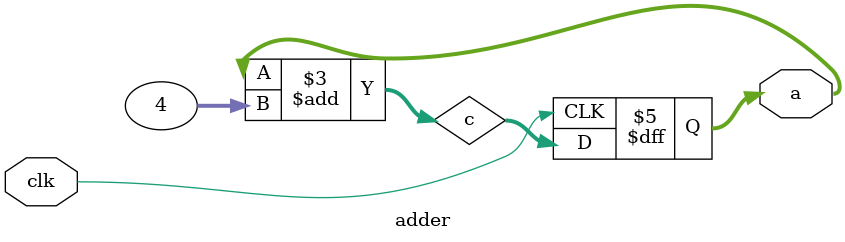
<source format=v>
module adder (clk,a);


 reg [31:0]c=0;
 output reg [31:0]a;
 input clk;

    always @(posedge clk ) begin
       a <= c;
    end

    always @* begin
       c <= a+4;
    end
endmodule

</source>
